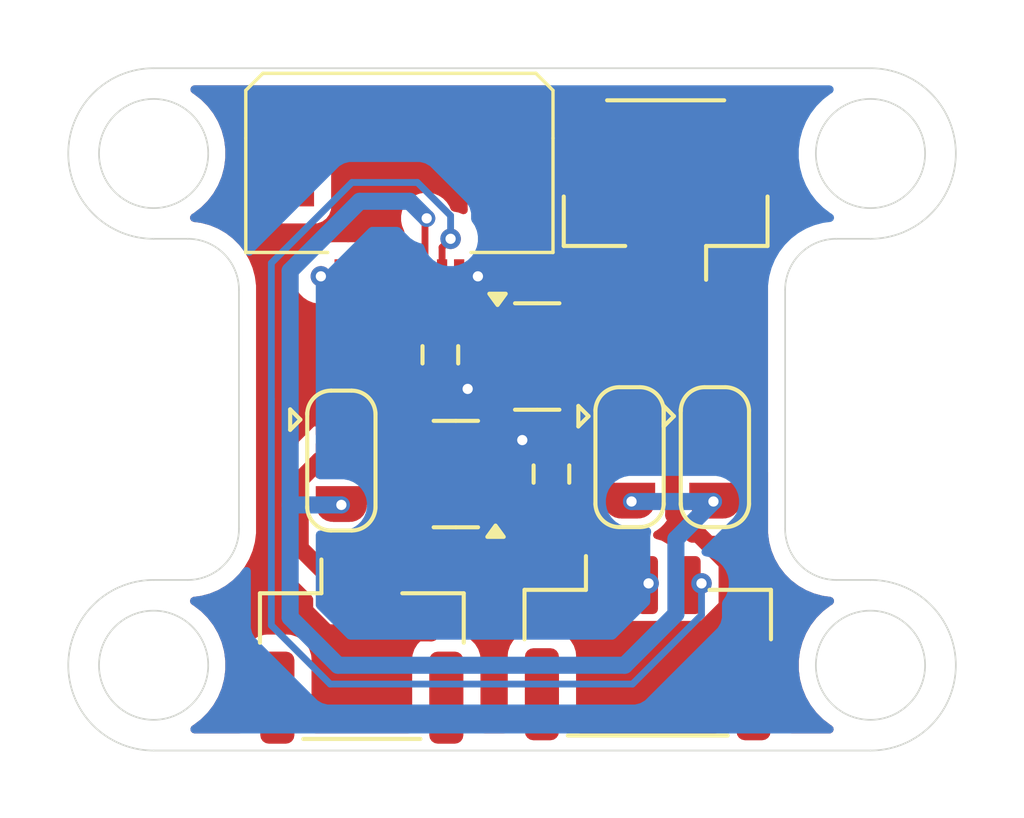
<source format=kicad_pcb>
(kicad_pcb (version 20241229) (generator "pcbnew") (generator_version "9.0")
  (layers (0 "F.Cu" signal) (2 "B.Cu" signal) (13 "F.Paste" user) (15 "B.Paste" user) (5 "F.SilkS" user "F.Silkscreen") (7 "B.SilkS" user "B.Silkscreen") (1 "F.Mask" user) (3 "B.Mask" user) (25 "Edge.Cuts" user))
  (net 0 "")
  (net 1 "Mic Analog")
  (net 2 "Net-(J1-Pin_1)")
  (net 3 "GND")
  (net 4 "Net-(J2-Pin_2)")
  (net 5 "Net-(J2-Pin_1)")
  (net 6 "Net-(J3-Pin_1)")
  (net 7 "Net-(J3-Pin_2)")
  (net 8 "+3V3")
  (net 9 "+5V")
  (net 10 "Fan 0")
  (net 11 "Fan 1")
  (footprint "Resistor_SMD:R_0603_1608Metric_Pad0.98x0.95mm_HandSolder" (layer "F.Cu") (at 95.9 68.4 -90)
    (property "Reference" "R1" (hide yes))
    (property "Value" "10K" (hide yes))
    (fp_line (start -0.254724 0.5225) (end 0.254724 0.5225) (stroke (width 0.12)) (layer "F.SilkS"))
    (fp_line (start -0.254724 -0.5225) (end 0.254724 -0.5225) (stroke (width 0.12)) (layer "F.SilkS"))
    (pad "1" smd roundrect (at -0.9125 0 270) (size 0.975 0.95) (layers "F.Cu" "F.Mask" "F.Paste") (net 10 "Fan 0"))
    (pad "2" smd roundrect (at 0.9125 0 270) (size 0.975 0.95) (layers "F.Cu" "F.Mask" "F.Paste") (net 3 "GND"))
  )
  (footprint "Connector_JST:JST_GH_SM02B-GHS-TB_1x02-1MP_P1.25mm_Horizontal" (layer "F.Cu") (at 102.5 63.5 180)
    (property "Reference" "J2" (hide yes))
    (property "Value" "Conn_01x02_Socket" (hide yes))
    (fp_line (start 2.985 -0.26) (end 2.985 -1.71) (stroke (width 0.12)) (layer "F.SilkS"))
    (fp_line (start 2.985 -1.71) (end 1.185 -1.71) (stroke (width 0.12)) (layer "F.SilkS"))
    (fp_line (start -1.185 -1.71) (end -1.185 -2.7) (stroke (width 0.12)) (layer "F.SilkS"))
    (fp_line (start -1.715 2.56) (end 1.715 2.56) (stroke (width 0.12)) (layer "F.SilkS"))
    (fp_line (start -2.985 -0.26) (end -2.985 -1.71) (stroke (width 0.12)) (layer "F.SilkS"))
    (fp_line (start -2.985 -1.71) (end -1.185 -1.71) (stroke (width 0.12)) (layer "F.SilkS"))
    (pad "1" smd roundrect (at -0.625 -1.85 180) (size 0.6 1.7) (layers "F.Cu" "F.Mask" "F.Paste") (net 5 "Net-(J2-Pin_1)"))
    (pad "2" smd roundrect (at 0.625 -1.85 180) (size 0.6 1.7) (layers "F.Cu" "F.Mask" "F.Paste") (net 4 "Net-(J2-Pin_2)"))
    (pad "MP" smd roundrect (at -2.475 1.35 180) (size 1 2.7) (layers "F.Cu" "F.Mask" "F.Paste"))
    (pad "MP" smd roundrect (at 2.475 1.35 180) (size 1 2.7) (layers "F.Cu" "F.Mask" "F.Paste"))
  )
  (footprint "Jumper:SolderJumper-3_P1.3mm_Open_RoundedPad1.0x1.5mm" (layer "F.Cu") (at 101.4425 71.4 -90)
    (property "Reference" "JP1" (hide yes))
    (property "Value" "SolderJumper_3_Open" (hide yes))
    (fp_line (start -1.5 1.5) (end -0.9 1.5) (stroke (width 0.12)) (layer "F.SilkS"))
    (fp_line (start -1.2 1.2) (end -1.5 1.5) (stroke (width 0.12)) (layer "F.SilkS"))
    (fp_line (start -1.2 1.2) (end -0.9 1.5) (stroke (width 0.12)) (layer "F.SilkS"))
    (fp_line (start 1.4 1) (end -1.4 1) (stroke (width 0.12)) (layer "F.SilkS"))
    (fp_line (start -2.05 0.3) (end -2.05 -0.3) (stroke (width 0.12)) (layer "F.SilkS"))
    (fp_line (start 2.05 -0.3) (end 2.05 0.3) (stroke (width 0.12)) (layer "F.SilkS"))
    (fp_line (start -1.4 -1) (end 1.4 -1) (stroke (width 0.12)) (layer "F.SilkS"))
    (fp_arc (start -1.35 1) (mid -1.844975 0.794975) (end -2.05 0.3) (stroke (width 0.12)) (layer "F.SilkS"))
    (fp_arc (start 2.05 0.3) (mid 1.844975 0.794975) (end 1.35 1) (stroke (width 0.12)) (layer "F.SilkS"))
    (fp_arc (start -2.05 -0.3) (mid -1.844975 -0.794975) (end -1.35 -1) (stroke (width 0.12)) (layer "F.SilkS"))
    (fp_arc (start 1.35 -1) (mid 1.844975 -0.794975) (end 2.05 -0.3) (stroke (width 0.12)) (layer "F.SilkS"))
    (pad "1" smd custom (at -1.3 0 270) (size 1 0.5) (layers "F.Cu" "F.Mask") (net 9 "+5V") (options (clearance outline) (anchor rect)) (primitives (gr_circle (center 0 0.25) (end 0.5 0.25) (width 0) (fill yes)) (gr_circle (center 0 -0.25) (end 0.5 -0.25) (width 0) (fill yes)) (gr_poly (pts (xy 0.55 0.75) (xy 0 0.75) (xy 0 -0.75) (xy 0.55 -0.75)) (width 0) (fill yes))))
    (pad "2" smd rect (at 0 0 270) (size 1 1.5) (layers "F.Cu" "F.Mask") (net 2 "Net-(J1-Pin_1)"))
    (pad "3" smd custom (at 1.3 0 270) (size 1 0.5) (layers "F.Cu" "F.Mask") (net 8 "+3V3") (options (clearance outline) (anchor rect)) (primitives (gr_circle (center 0 0.25) (end 0.5 0.25) (width 0) (fill yes)) (gr_circle (center 0 -0.25) (end 0.5 -0.25) (width 0) (fill yes)) (gr_poly (pts (xy 0 0.75) (xy -0.55 0.75) (xy -0.55 -0.75) (xy 0 -0.75)) (width 0) (fill yes))))
  )
  (footprint "FFC:FFC 0.8mm 8P" (layer "F.Cu") (at 94.7 65.5 180)
    (property "Reference" "U2" (hide yes))
    (property "Value" "F FFC" (hide yes))
    (fp_line (start 4.5 4.849999) (end 4.5 3.45) (stroke (width 0.1)) (layer "F.SilkS"))
    (fp_line (start 4.5 0.1) (end 4.5 3.45) (stroke (width 0.1)) (layer "F.SilkS"))
    (fp_line (start 4 5.35) (end 4.5 4.849999) (stroke (width 0.1)) (layer "F.SilkS"))
    (fp_line (start 2.1 0.1) (end 4.5 0.1) (stroke (width 0.1)) (layer "F.SilkS"))
    (fp_line (start -4 5.35) (end 4 5.35) (stroke (width 0.1)) (layer "F.SilkS"))
    (fp_line (start -4 5.35) (end -4.5 4.849999) (stroke (width 0.1)) (layer "F.SilkS"))
    (fp_line (start -4.5 4.849999) (end -4.5 3.45) (stroke (width 0.1)) (layer "F.SilkS"))
    (fp_line (start -4.5 3.45) (end -4.5 0.1) (stroke (width 0.1)) (layer "F.SilkS"))
    (fp_line (start -4.5 0.1) (end -2.1 0.1) (stroke (width 0.1)) (layer "F.SilkS"))
    (pad "" smd rect (at -3.4 2.55 180) (size 1.8 2.2) (layers "F.Cu" "F.Mask" "F.Paste"))
    (pad "" smd rect (at 3.4 2.55 180) (size 1.8 2.2) (layers "F.Cu" "F.Mask" "F.Paste"))
    (pad "1" smd rect (at -1.75 -0.65 180) (size 0.3 1.1) (layers "F.Cu" "F.Mask" "F.Paste") (net 3 "GND"))
    (pad "2" smd rect (at -1.25 -0.65 180) (size 0.3 1.1) (layers "F.Cu" "F.Mask" "F.Paste") (net 1 "Mic Analog"))
    (pad "3" smd rect (at -0.75 -0.649999 180) (size 0.3 1.1) (layers "F.Cu" "F.Mask" "F.Paste") (net 8 "+3V3"))
    (pad "4" smd rect (at -0.25 -0.65 180) (size 0.3 1.1) (layers "F.Cu" "F.Mask" "F.Paste") (net 9 "+5V"))
    (pad "5" smd rect (at 0.25 -0.65 180) (size 0.3 1.1) (layers "F.Cu" "F.Mask" "F.Paste") (net 9 "+5V"))
    (pad "6" smd rect (at 0.750001 -0.65 180) (size 0.3 1.1) (layers "F.Cu" "F.Mask" "F.Paste") (net 10 "Fan 0"))
    (pad "7" smd rect (at 1.25 -0.65 180) (size 0.3 1.1) (layers "F.Cu" "F.Mask" "F.Paste") (net 11 "Fan 1"))
    (pad "8" smd rect (at 1.749999 -0.65 180) (size 0.3 1.1) (layers "F.Cu" "F.Mask" "F.Paste") (net 3 "GND"))
  )
  (footprint "Resistor_SMD:R_0603_1608Metric_Pad0.98x0.95mm_HandSolder" (layer "F.Cu") (at 99.154016 71.895984 90)
    (property "Reference" "R2" (hide yes))
    (property "Value" "10K" (hide yes))
    (fp_line (start -0.254724 -0.5225) (end 0.254724 -0.5225) (stroke (width 0.12)) (layer "F.SilkS"))
    (fp_line (start -0.254724 0.5225) (end 0.254724 0.5225) (stroke (width 0.12)) (layer "F.SilkS"))
    (pad "1" smd roundrect (at -0.9125 0 90) (size 0.975 0.95) (layers "F.Cu" "F.Mask" "F.Paste") (net 11 "Fan 1"))
    (pad "2" smd roundrect (at 0.9125 0 90) (size 0.975 0.95) (layers "F.Cu" "F.Mask" "F.Paste") (net 3 "GND"))
  )
  (footprint "Connector_JST:JST_GH_SM02B-GHS-TB_1x02-1MP_P1.25mm_Horizontal" (layer "F.Cu") (at 93.6 77.1)
    (property "Reference" "J3" (hide yes))
    (property "Value" "Conn_01x02_Socket" (hide yes))
    (fp_line (start -2.985 -1.71) (end -1.185 -1.71) (stroke (width 0.12)) (layer "F.SilkS"))
    (fp_line (start -2.985 -0.26) (end -2.985 -1.71) (stroke (width 0.12)) (layer "F.SilkS"))
    (fp_line (start -1.715 2.56) (end 1.715 2.56) (stroke (width 0.12)) (layer "F.SilkS"))
    (fp_line (start -1.185 -1.71) (end -1.185 -2.7) (stroke (width 0.12)) (layer "F.SilkS"))
    (fp_line (start 2.985 -1.71) (end 1.185 -1.71) (stroke (width 0.12)) (layer "F.SilkS"))
    (fp_line (start 2.985 -0.26) (end 2.985 -1.71) (stroke (width 0.12)) (layer "F.SilkS"))
    (pad "1" smd roundrect (at -0.625 -1.85) (size 0.6 1.7) (layers "F.Cu" "F.Mask" "F.Paste") (net 6 "Net-(J3-Pin_1)"))
    (pad "2" smd roundrect (at 0.625 -1.85) (size 0.6 1.7) (layers "F.Cu" "F.Mask" "F.Paste") (net 7 "Net-(J3-Pin_2)"))
    (pad "MP" smd roundrect (at -2.475 1.35) (size 1 2.7) (layers "F.Cu" "F.Mask" "F.Paste"))
    (pad "MP" smd roundrect (at 2.475 1.35) (size 1 2.7) (layers "F.Cu" "F.Mask" "F.Paste"))
  )
  (footprint "Package_TO_SOT_SMD:SOT-23" (layer "F.Cu") (at 96.354016 71.895984 180)
    (property "Reference" "Q2" (hide yes))
    (property "Value" "DMG3402L" (hide yes))
    (fp_line (start 0 1.56) (end 0.65 1.56) (stroke (width 0.12)) (layer "F.SilkS"))
    (fp_line (start 0 1.56) (end -0.65 1.56) (stroke (width 0.12)) (layer "F.SilkS"))
    (fp_line (start 0 -1.56) (end 0.65 -1.56) (stroke (width 0.12)) (layer "F.SilkS"))
    (fp_line (start 0 -1.56) (end -0.65 -1.56) (stroke (width 0.12)) (layer "F.SilkS"))
    (fp_poly (pts (xy -1.1625 -1.51) (xy -1.4025 -1.84) (xy -0.9225 -1.84)) (stroke (width 0.12)) (fill yes) (layer "F.SilkS"))
    (pad "1" smd roundrect (at -0.9375 -0.95 180) (size 1.475 0.6) (layers "F.Cu" "F.Mask" "F.Paste") (net 11 "Fan 1"))
    (pad "2" smd roundrect (at -0.9375 0.95 180) (size 1.475 0.6) (layers "F.Cu" "F.Mask" "F.Paste") (net 3 "GND"))
    (pad "3" smd roundrect (at 0.9375 0 180) (size 1.475 0.6) (layers "F.Cu" "F.Mask" "F.Paste") (net 7 "Net-(J3-Pin_2)"))
  )
  (footprint "Jumper:SolderJumper-3_P1.3mm_Open_RoundedPad1.0x1.5mm" (layer "F.Cu") (at 93 71.5 -90)
    (property "Reference" "JP3" (hide yes))
    (property "Value" "SolderJumper_3_Open" (hide yes))
    (fp_line (start -1.5 1.5) (end -0.9 1.5) (stroke (width 0.12)) (layer "F.SilkS"))
    (fp_line (start -1.2 1.2) (end -1.5 1.5) (stroke (width 0.12)) (layer "F.SilkS"))
    (fp_line (start -1.2 1.2) (end -0.9 1.5) (stroke (width 0.12)) (layer "F.SilkS"))
    (fp_line (start 1.4 1) (end -1.4 1) (stroke (width 0.12)) (layer "F.SilkS"))
    (fp_line (start -2.05 0.3) (end -2.05 -0.3) (stroke (width 0.12)) (layer "F.SilkS"))
    (fp_line (start 2.05 -0.3) (end 2.05 0.3) (stroke (width 0.12)) (layer "F.SilkS"))
    (fp_line (start -1.4 -1) (end 1.4 -1) (stroke (width 0.12)) (layer "F.SilkS"))
    (fp_arc (start -1.35 1) (mid -1.844975 0.794975) (end -2.05 0.3) (stroke (width 0.12)) (layer "F.SilkS"))
    (fp_arc (start 2.05 0.3) (mid 1.844975 0.794975) (end 1.35 1) (stroke (width 0.12)) (layer "F.SilkS"))
    (fp_arc (start -2.05 -0.3) (mid -1.844975 -0.794975) (end -1.35 -1) (stroke (width 0.12)) (layer "F.SilkS"))
    (fp_arc (start 1.35 -1) (mid 1.844975 -0.794975) (end 2.05 -0.3) (stroke (width 0.12)) (layer "F.SilkS"))
    (pad "1" smd custom (at -1.3 0 270) (size 1 0.5) (layers "F.Cu" "F.Mask") (net 9 "+5V") (options (clearance outline) (anchor rect)) (primitives (gr_circle (center 0 0.25) (end 0.5 0.25) (width 0) (fill yes)) (gr_circle (center 0 -0.25) (end 0.5 -0.25) (width 0) (fill yes)) (gr_poly (pts (xy 0.55 0.75) (xy 0 0.75) (xy 0 -0.75) (xy 0.55 -0.75)) (width 0) (fill yes))))
    (pad "2" smd rect (at 0 0 270) (size 1 1.5) (layers "F.Cu" "F.Mask") (net 6 "Net-(J3-Pin_1)"))
    (pad "3" smd custom (at 1.3 0 270) (size 1 0.5) (layers "F.Cu" "F.Mask") (net 8 "+3V3") (options (clearance outline) (anchor rect)) (primitives (gr_circle (center 0 0.25) (end 0.5 0.25) (width 0) (fill yes)) (gr_circle (center 0 -0.25) (end 0.5 -0.25) (width 0) (fill yes)) (gr_poly (pts (xy 0 0.75) (xy -0.55 0.75) (xy -0.55 -0.75) (xy 0 -0.75)) (width 0) (fill yes))))
  )
  (footprint "Jumper:SolderJumper-3_P1.3mm_Open_RoundedPad1.0x1.5mm" (layer "F.Cu") (at 103.9425 71.4 -90)
    (property "Reference" "JP2" (hide yes))
    (property "Value" "SolderJumper_3_Open" (hide yes))
    (fp_line (start -1.5 1.5) (end -0.9 1.5) (stroke (width 0.12)) (layer "F.SilkS"))
    (fp_line (start -1.2 1.2) (end -1.5 1.5) (stroke (width 0.12)) (layer "F.SilkS"))
    (fp_line (start -1.2 1.2) (end -0.9 1.5) (stroke (width 0.12)) (layer "F.SilkS"))
    (fp_line (start 1.4 1) (end -1.4 1) (stroke (width 0.12)) (layer "F.SilkS"))
    (fp_line (start -2.05 0.3) (end -2.05 -0.3) (stroke (width 0.12)) (layer "F.SilkS"))
    (fp_line (start 2.05 -0.3) (end 2.05 0.3) (stroke (width 0.12)) (layer "F.SilkS"))
    (fp_line (start -1.4 -1) (end 1.4 -1) (stroke (width 0.12)) (layer "F.SilkS"))
    (fp_arc (start -1.35 1) (mid -1.844975 0.794975) (end -2.05 0.3) (stroke (width 0.12)) (layer "F.SilkS"))
    (fp_arc (start 2.05 0.3) (mid 1.844975 0.794975) (end 1.35 1) (stroke (width 0.12)) (layer "F.SilkS"))
    (fp_arc (start -2.05 -0.3) (mid -1.844975 -0.794975) (end -1.35 -1) (stroke (width 0.12)) (layer "F.SilkS"))
    (fp_arc (start 1.35 -1) (mid 1.844975 -0.794975) (end 2.05 -0.3) (stroke (width 0.12)) (layer "F.SilkS"))
    (pad "1" smd custom (at -1.3 0 270) (size 1 0.5) (layers "F.Cu" "F.Mask") (net 9 "+5V") (options (clearance outline) (anchor rect)) (primitives (gr_circle (center 0 0.25) (end 0.5 0.25) (width 0) (fill yes)) (gr_circle (center 0 -0.25) (end 0.5 -0.25) (width 0) (fill yes)) (gr_poly (pts (xy 0.55 0.75) (xy 0 0.75) (xy 0 -0.75) (xy 0.55 -0.75)) (width 0) (fill yes))))
    (pad "2" smd rect (at 0 0 270) (size 1 1.5) (layers "F.Cu" "F.Mask") (net 5 "Net-(J2-Pin_1)"))
    (pad "3" smd custom (at 1.3 0 270) (size 1 0.5) (layers "F.Cu" "F.Mask") (net 8 "+3V3") (options (clearance outline) (anchor rect)) (primitives (gr_circle (center 0 0.25) (end 0.5 0.25) (width 0) (fill yes)) (gr_circle (center 0 -0.25) (end 0.5 -0.25) (width 0) (fill yes)) (gr_poly (pts (xy 0 0.75) (xy -0.55 0.75) (xy -0.55 -0.75) (xy 0 -0.75)) (width 0) (fill yes))))
  )
  (footprint "Package_TO_SOT_SMD:SOT-23" (layer "F.Cu") (at 98.7375 68.45)
    (property "Reference" "Q1" (hide yes))
    (property "Value" "DMG3402L" (hide yes))
    (fp_line (start 0 -1.56) (end -0.65 -1.56) (stroke (width 0.12)) (layer "F.SilkS"))
    (fp_line (start 0 -1.56) (end 0.65 -1.56) (stroke (width 0.12)) (layer "F.SilkS"))
    (fp_line (start 0 1.56) (end -0.65 1.56) (stroke (width 0.12)) (layer "F.SilkS"))
    (fp_line (start 0 1.56) (end 0.65 1.56) (stroke (width 0.12)) (layer "F.SilkS"))
    (fp_poly (pts (xy -1.1625 -1.51) (xy -1.4025 -1.84) (xy -0.9225 -1.84)) (stroke (width 0.12)) (fill yes) (layer "F.SilkS"))
    (pad "1" smd roundrect (at -0.9375 -0.95) (size 1.475 0.6) (layers "F.Cu" "F.Mask" "F.Paste") (net 10 "Fan 0"))
    (pad "2" smd roundrect (at -0.9375 0.95) (size 1.475 0.6) (layers "F.Cu" "F.Mask" "F.Paste") (net 3 "GND"))
    (pad "3" smd roundrect (at 0.9375 0) (size 1.475 0.6) (layers "F.Cu" "F.Mask" "F.Paste") (net 4 "Net-(J2-Pin_2)"))
  )
  (footprint "Connector_JST:JST_GH_SM03B-GHS-TB_1x03-1MP_P1.25mm_Horizontal" (layer "F.Cu") (at 101.975 77)
    (property "Reference" "J1" (hide yes))
    (property "Value" "Conn_01x03_Socket" (hide yes))
    (fp_line (start -3.61 -1.71) (end -1.81 -1.71) (stroke (width 0.12)) (layer "F.SilkS"))
    (fp_line (start -3.61 -0.26) (end -3.61 -1.71) (stroke (width 0.12)) (layer "F.SilkS"))
    (fp_line (start -2.34 2.56) (end 2.34 2.56) (stroke (width 0.12)) (layer "F.SilkS"))
    (fp_line (start -1.81 -1.71) (end -1.81 -2.7) (stroke (width 0.12)) (layer "F.SilkS"))
    (fp_line (start 3.61 -1.71) (end 1.81 -1.71) (stroke (width 0.12)) (layer "F.SilkS"))
    (fp_line (start 3.61 -0.26) (end 3.61 -1.71) (stroke (width 0.12)) (layer "F.SilkS"))
    (pad "1" smd roundrect (at -1.25 -1.85) (size 0.6 1.7) (layers "F.Cu" "F.Mask" "F.Paste") (net 2 "Net-(J1-Pin_1)"))
    (pad "2" smd roundrect (at 0 -1.85) (size 0.6 1.7) (layers "F.Cu" "F.Mask" "F.Paste") (net 3 "GND"))
    (pad "3" smd roundrect (at 1.25 -1.85) (size 0.6 1.7) (layers "F.Cu" "F.Mask" "F.Paste") (net 1 "Mic Analog"))
    (pad "MP" smd roundrect (at -3.1 1.35) (size 1 2.7) (layers "F.Cu" "F.Mask" "F.Paste"))
    (pad "MP" smd roundrect (at 3.1 1.35) (size 1 2.7) (layers "F.Cu" "F.Mask" "F.Paste"))
  )
  (gr_circle (center 87.5 77.5) (end 87.5 75.9) (stroke (width 0.05)) (fill no) (layer "Edge.Cuts"))
  (gr_arc (start 108.5 75) (mid 111 77.5) (end 108.5 80) (stroke (width 0.05)) (layer "Edge.Cuts"))
  (gr_arc (start 88.5 65) (mid 89.56066 65.43934) (end 90 66.5) (stroke (width 0.05)) (layer "Edge.Cuts"))
  (gr_line (start 88.5 65) (end 87.5 65) (stroke (width 0.05)) (layer "Edge.Cuts"))
  (gr_arc (start 90 73.5) (mid 89.56066 74.56066) (end 88.5 75) (stroke (width 0.05)) (layer "Edge.Cuts"))
  (gr_circle (center 108.5 77.5) (end 108.5 75.9) (stroke (width 0.05)) (fill no) (layer "Edge.Cuts"))
  (gr_line (start 106 66.5) (end 106 73.5) (stroke (width 0.05)) (layer "Edge.Cuts"))
  (gr_line (start 87.5 60) (end 108.5 60) (stroke (width 0.05)) (layer "Edge.Cuts"))
  (gr_arc (start 87.5 80) (mid 85 77.5) (end 87.5 75) (stroke (width 0.05)) (layer "Edge.Cuts"))
  (gr_line (start 90 73.5) (end 90 66.5) (stroke (width 0.05)) (layer "Edge.Cuts"))
  (gr_line (start 108.5 65) (end 107.5 65) (stroke (width 0.05)) (layer "Edge.Cuts"))
  (gr_arc (start 108.5 60) (mid 111 62.5) (end 108.5 65) (stroke (width 0.05)) (layer "Edge.Cuts"))
  (gr_arc (start 87.5 65) (mid 85 62.5) (end 87.5 60) (stroke (width 0.05)) (layer "Edge.Cuts"))
  (gr_line (start 108.5 80) (end 87.5 80) (stroke (width 0.05)) (layer "Edge.Cuts"))
  (gr_arc (start 107.5 75) (mid 106.43934 74.56066) (end 106 73.5) (stroke (width 0.05)) (layer "Edge.Cuts"))
  (gr_line (start 87.5 75) (end 88.5 75) (stroke (width 0.05)) (layer "Edge.Cuts"))
  (gr_line (start 107.5 75) (end 108.5 75) (stroke (width 0.05)) (layer "Edge.Cuts"))
  (gr_circle (center 108.5 62.5) (end 108.5 60.9) (stroke (width 0.05)) (fill no) (layer "Edge.Cuts"))
  (gr_arc (start 106 66.5) (mid 106.43934 65.43934) (end 107.5 65) (stroke (width 0.05)) (layer "Edge.Cuts"))
  (gr_circle (center 87.5 62.5) (end 87.5 60.9) (stroke (width 0.05)) (fill no) (layer "Edge.Cuts"))
  (segment (start 103.225 75.15) (end 103.5 75.15) (width 0.2) (layer "F.Cu") (net 1))
  (segment (start 96.2 65) (end 95.95 65.25) (width 0.2) (layer "F.Cu") (net 1))
  (segment (start 103.5 75.15) (end 103.55 75.1) (width 0.2) (layer "F.Cu") (net 1))
  (segment (start 95.95 65.25) (end 95.95 66.15) (width 0.2) (layer "F.Cu") (net 1))
  (via (at 96.2 65) (size 0.6) (drill 0.3) (layers "F.Cu" "B.Cu") (net 1))
  (via (at 103.55 75.1) (size 0.6) (drill 0.3) (layers "F.Cu" "B.Cu") (net 1))
  (segment (start 90.949 65.709693) (end 93.309693 63.349) (width 0.2) (layer "B.Cu") (net 1))
  (segment (start 103.55 76.029232) (end 101.528232 78.051) (width 0.2) (layer "B.Cu") (net 1))
  (segment (start 90.949 76.328232) (end 90.949 69.7) (width 0.2) (layer "B.Cu") (net 1))
  (segment (start 92.671768 78.051) (end 90.949 76.328232) (width 0.2) (layer "B.Cu") (net 1))
  (segment (start 101.528232 78.051) (end 92.671768 78.051) (width 0.2) (layer "B.Cu") (net 1))
  (segment (start 103.55 75.1) (end 103.55 76.029232) (width 0.2) (layer "B.Cu") (net 1))
  (segment (start 93.309693 63.349) (end 95.228232 63.349) (width 0.2) (layer "B.Cu") (net 1))
  (segment (start 90.949 69.7) (end 90.949 65.709693) (width 0.2) (layer "B.Cu") (net 1))
  (segment (start 96.2 64.320768) (end 96.2 65) (width 0.2) (layer "B.Cu") (net 1))
  (segment (start 95.228232 63.349) (end 96.2 64.320768) (width 0.2) (layer "B.Cu") (net 1))
  (segment (start 101.4425 71.4) (end 100.1925 71.4) (width 0.5) (layer "F.Cu") (net 2))
  (segment (start 100.1925 71.4) (end 100.080016 71.512484) (width 0.5) (layer "F.Cu") (net 2))
  (segment (start 100.080016 74.505016) (end 100.725 75.15) (width 0.5) (layer "F.Cu") (net 2))
  (segment (start 100.080016 71.512484) (end 100.080016 74.505016) (width 0.5) (layer "F.Cu") (net 2))
  (segment (start 96.95 66.15) (end 97 66.1) (width 0.2) (layer "F.Cu") (net 3))
  (segment (start 98.3 70.9) (end 99.070532 70.9) (width 0.2) (layer "F.Cu") (net 3))
  (segment (start 96.6875 69.4125) (end 96.7 69.4) (width 0.2) (layer "F.Cu") (net 3))
  (segment (start 99.070532 70.9) (end 99.154016 70.983484) (width 0.2) (layer "F.Cu") (net 3))
  (segment (start 101.975 75.125) (end 102 75.1) (width 0.2) (layer "F.Cu") (net 3))
  (segment (start 98.254016 70.945984) (end 98.3 70.9) (width 0.2) (layer "F.Cu") (net 3))
  (segment (start 92.45 66.15) (end 92.4 66.1) (width 0.2) (layer "F.Cu") (net 3))
  (segment (start 96.7 69.4) (end 97.8 69.4) (width 0.2) (layer "F.Cu") (net 3))
  (segment (start 92.950001 66.15) (end 92.45 66.15) (width 0.2) (layer "F.Cu") (net 3))
  (segment (start 97.291516 70.945984) (end 98.254016 70.945984) (width 0.2) (layer "F.Cu") (net 3))
  (segment (start 96 69.4125) (end 96.6875 69.4125) (width 0.2) (layer "F.Cu") (net 3))
  (segment (start 96.45 66.15) (end 96.95 66.15) (width 0.2) (layer "F.Cu") (net 3))
  (segment (start 101.975 75.15) (end 101.975 75.125) (width 0.2) (layer "F.Cu") (net 3))
  (via (at 92.4 66.1) (size 0.6) (drill 0.3) (layers "F.Cu" "B.Cu") (net 3))
  (via (at 102 75.1) (size 0.6) (drill 0.3) (layers "F.Cu" "B.Cu") (net 3))
  (via (at 98.3 70.9) (size 0.6) (drill 0.3) (layers "F.Cu" "B.Cu") (net 3))
  (via (at 96.7 69.4) (size 0.6) (drill 0.3) (layers "F.Cu" "B.Cu") (net 3))
  (via (at 97 66.1) (size 0.6) (drill 0.3) (layers "F.Cu" "B.Cu") (net 3))
  (segment (start 99.675 68.45) (end 99.675 67.55) (width 0.5) (layer "F.Cu") (net 4))
  (segment (start 99.675 67.55) (end 101.875 65.35) (width 0.5) (layer "F.Cu") (net 4))
  (segment (start 105.1485 67.3735) (end 105.1485 70.838884) (width 0.5) (layer "F.Cu") (net 5))
  (segment (start 103.125 65.35) (end 105.1485 67.3735) (width 0.5) (layer "F.Cu") (net 5))
  (segment (start 105.1485 70.838884) (end 104.587384 71.4) (width 0.5) (layer "F.Cu") (net 5))
  (segment (start 104.587384 71.4) (end 103.9425 71.4) (width 0.5) (layer "F.Cu") (net 5))
  (segment (start 92.975 75.25) (end 91.794 74.069) (width 0.5) (layer "F.Cu") (net 6))
  (segment (start 91.794 74.069) (end 91.794 72.061116) (width 0.5) (layer "F.Cu") (net 6))
  (segment (start 91.794 72.061116) (end 92.355116 71.5) (width 0.5) (layer "F.Cu") (net 6))
  (segment (start 92.355116 71.5) (end 93 71.5) (width 0.5) (layer "F.Cu") (net 6))
  (segment (start 94.225 75.25) (end 94.225 73.0875) (width 0.5) (layer "F.Cu") (net 7))
  (segment (start 94.225 73.0875) (end 95.416516 71.895984) (width 0.5) (layer "F.Cu") (net 7))
  (segment (start 95.45 64.45) (end 95.5 64.4) (width 0.2) (layer "F.Cu") (net 8))
  (segment (start 101.4425 72.7) (end 101.5 72.7) (width 0.5) (layer "F.Cu") (net 8))
  (segment (start 95.45 66.149999) (end 95.45 64.45) (width 0.2) (layer "F.Cu") (net 8))
  (segment (start 103.9425 72.7) (end 103.9 72.7) (width 0.5) (layer "F.Cu") (net 8))
  (via (at 103.9 72.7) (size 0.5) (drill 0.3) (layers "F.Cu" "B.Cu") (net 8))
  (via (at 93 72.8) (size 0.5) (drill 0.3) (layers "F.Cu" "B.Cu") (net 8))
  (via (at 95.5 64.4) (size 0.5) (drill 0.3) (layers "F.Cu" "B.Cu") (net 8))
  (via (at 101.5 72.7) (size 0.5) (drill 0.3) (layers "F.Cu" "B.Cu") (net 8))
  (segment (start 101.5 72.7) (end 103.9 72.7) (width 0.5) (layer "B.Cu") (net 8))
  (segment (start 91.5 65.937925) (end 91.5 72.8) (width 0.5) (layer "B.Cu") (net 8))
  (segment (start 91.5 76.1) (end 92.9 77.5) (width 0.5) (layer "B.Cu") (net 8))
  (segment (start 101.3 77.5) (end 102.8 76) (width 0.5) (layer "B.Cu") (net 8))
  (segment (start 95 63.9) (end 93.537925 63.9) (width 0.5) (layer "B.Cu") (net 8))
  (segment (start 91.5 72.8) (end 91.5 76.1) (width 0.5) (layer "B.Cu") (net 8))
  (segment (start 95.5 64.4) (end 95 63.9) (width 0.5) (layer "B.Cu") (net 8))
  (segment (start 93.537925 63.9) (end 91.5 65.937925) (width 0.5) (layer "B.Cu") (net 8))
  (segment (start 102.8 76) (end 102.8 73.8) (width 0.5) (layer "B.Cu") (net 8))
  (segment (start 102.8 73.8) (end 103.9 72.7) (width 0.5) (layer "B.Cu") (net 8))
  (segment (start 91.5 72.8) (end 93 72.8) (width 0.5) (layer "B.Cu") (net 8))
  (segment (start 92.9 77.5) (end 101.3 77.5) (width 0.5) (layer "B.Cu") (net 8))
  (segment (start 101.4425 70.1) (end 102.2 70.1) (width 0.5) (layer "F.Cu") (net 9))
  (segment (start 102.7365 70.6365) (end 102.7365 73.095988) (width 0.5) (layer "F.Cu") (net 9))
  (segment (start 92.148 70.2) (end 93 70.2) (width 0.5) (layer "F.Cu") (net 9))
  (segment (start 94.45 64.85) (end 94.4 64.8) (width 0.2) (layer "F.Cu") (net 9))
  (segment (start 94.95 66.15) (end 94.95 65.35) (width 0.2) (layer "F.Cu") (net 9))
  (segment (start 104.3 74.5) (end 104.3 75.7791) (width 0.5) (layer "F.Cu") (net 9))
  (segment (start 94.95 65.35) (end 94.45 64.85) (width 0.2) (layer "F.Cu") (net 9))
  (segment (start 91.093 75.0721) (end 91.093 71.255) (width 0.5) (layer "F.Cu") (net 9))
  (segment (start 102.7365 73.095988) (end 103.296512 73.656) (width 0.5) (layer "F.Cu") (net 9))
  (segment (start 103.296512 73.656) (end 103.456 73.656) (width 0.5) (layer "F.Cu") (net 9))
  (segment (start 95.727 76.451) (end 95.627 76.551) (width 0.5) (layer "F.Cu") (net 9))
  (segment (start 95.627 76.551) (end 92.5719 76.551) (width 0.5) (layer "F.Cu") (net 9))
  (segment (start 104.3 75.7791) (end 103.6281 76.451) (width 0.5) (layer "F.Cu") (net 9))
  (segment (start 94.45 66.15) (end 94.45 64.85) (width 0.2) (layer "F.Cu") (net 9))
  (segment (start 91.093 71.255) (end 92.148 70.2) (width 0.5) (layer "F.Cu") (net 9))
  (segment (start 101.4425 70.1) (end 103.9425 70.1) (width 0.5) (layer "F.Cu") (net 9))
  (segment (start 103.456 73.656) (end 104.3 74.5) (width 0.5) (layer "F.Cu") (net 9))
  (segment (start 103.6281 76.451) (end 95.727 76.451) (width 0.5) (layer "F.Cu") (net 9))
  (segment (start 92.5719 76.551) (end 91.093 75.0721) (width 0.5) (layer "F.Cu") (net 9))
  (segment (start 102.2 70.1) (end 102.7365 70.6365) (width 0.5) (layer "F.Cu") (net 9))
  (segment (start 94.4 67.5) (end 93.949999 67.049999) (width 0.2) (layer "F.Cu") (net 10))
  (segment (start 97.8 67.5) (end 94.4 67.5) (width 0.2) (layer "F.Cu") (net 10))
  (segment (start 93.949999 67.049999) (end 93.949999 66.15) (width 0.2) (layer "F.Cu") (net 10))
  (segment (start 93.45 66.15) (end 93.45 68.55) (width 0.2) (layer "F.Cu") (net 11))
  (segment (start 97.708484 72.808484) (end 99.154016 72.808484) (width 0.2) (layer "F.Cu") (net 11))
  (segment (start 93.45 68.55) (end 97.708484 72.808484) (width 0.2) (layer "F.Cu") (net 11))
  (zone (net 9) (net_name "+5V") (layer "F.Cu") (connect_pads (clearance 0.5)) (min_thickness 0.25) (fill yes (thermal_gap 0.5) (thermal_bridge_width 0.5))
    (polygon (pts (xy 84 59) (xy 112 59) (xy 112 81) (xy 84 81)))
  )
  (zone (net 3) (net_name "GND") (layer "B.Cu") (priority 1) (connect_pads (clearance 0.5)) (min_thickness 0.25) (fill yes (thermal_gap 0.5) (thermal_bridge_width 0.5))
    (polygon (pts (xy 83 58) (xy 113 58) (xy 113 82) (xy 83 82)))
  )
)
</source>
